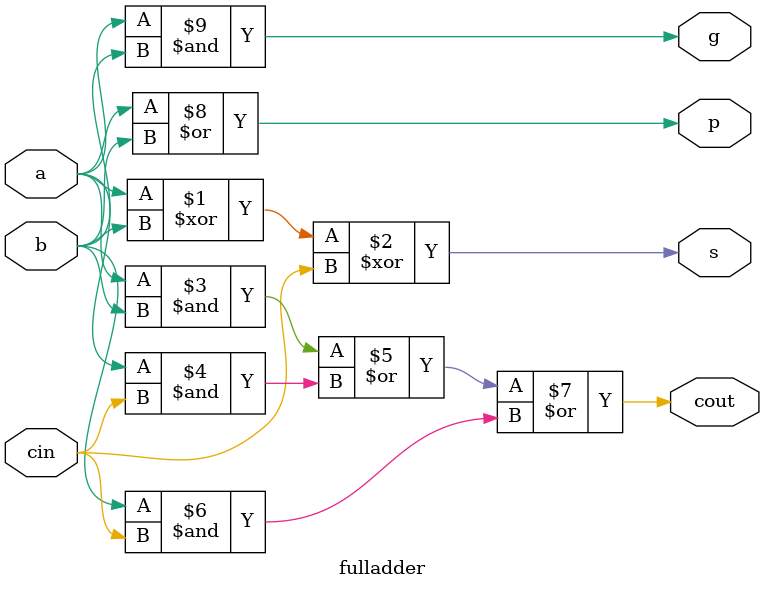
<source format=v>
`timescale 1ns / 1ps


module fulladder #(parameter N=4)(
    a, b, cin, cout, s, p, g
    );
    
   input a,b,cin;
   output cout, s, p,g;
   
   assign #7 s = a ^ b ^ cin;
   assign #7 cout = (a & b)|(a & cin)|(b & cin);
   assign p = a | b;
   assign g = a & b;
endmodule

</source>
